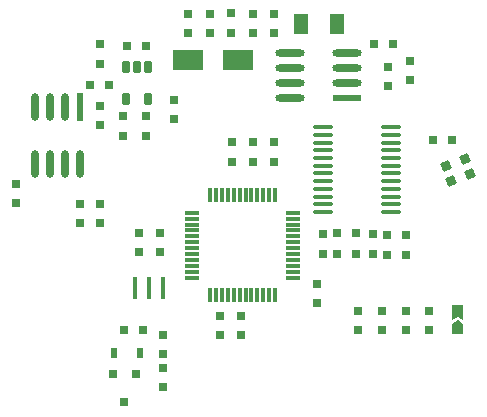
<source format=gtp>
G04*
G04 #@! TF.GenerationSoftware,Altium Limited,Altium Designer,24.5.2 (23)*
G04*
G04 Layer_Color=8421504*
%FSLAX25Y25*%
%MOIN*%
G70*
G04*
G04 #@! TF.SameCoordinates,7B9D950A-14CE-42BF-A02F-5B63482B5899*
G04*
G04*
G04 #@! TF.FilePolarity,Positive*
G04*
G01*
G75*
G04:AMPARAMS|DCode=15|XSize=31.5mil|YSize=31.5mil|CornerRadius=3.94mil|HoleSize=0mil|Usage=FLASHONLY|Rotation=200.000|XOffset=0mil|YOffset=0mil|HoleType=Round|Shape=RoundedRectangle|*
%AMROUNDEDRECTD15*
21,1,0.03150,0.02362,0,0,200.0*
21,1,0.02362,0.03150,0,0,200.0*
1,1,0.00787,-0.01514,0.00706*
1,1,0.00787,0.00706,0.01514*
1,1,0.00787,0.01514,-0.00706*
1,1,0.00787,-0.00706,-0.01514*
%
%ADD15ROUNDEDRECTD15*%
%ADD16R,0.03150X0.02559*%
%ADD17R,0.02559X0.03150*%
%ADD18R,0.02449X0.09359*%
G04:AMPARAMS|DCode=19|XSize=93.59mil|YSize=24.49mil|CornerRadius=12.25mil|HoleSize=0mil|Usage=FLASHONLY|Rotation=270.000|XOffset=0mil|YOffset=0mil|HoleType=Round|Shape=RoundedRectangle|*
%AMROUNDEDRECTD19*
21,1,0.09359,0.00000,0,0,270.0*
21,1,0.06909,0.02449,0,0,270.0*
1,1,0.02449,0.00000,-0.03455*
1,1,0.02449,0.00000,0.03455*
1,1,0.02449,0.00000,0.03455*
1,1,0.02449,0.00000,-0.03455*
%
%ADD19ROUNDEDRECTD19*%
%ADD20R,0.05000X0.07000*%
%ADD21R,0.01575X0.07480*%
%ADD22R,0.10433X0.06890*%
%ADD23R,0.03150X0.03150*%
%ADD24R,0.02480X0.03268*%
%ADD25O,0.06693X0.01378*%
G04:AMPARAMS|DCode=26|XSize=97.4mil|YSize=24.49mil|CornerRadius=12.25mil|HoleSize=0mil|Usage=FLASHONLY|Rotation=180.000|XOffset=0mil|YOffset=0mil|HoleType=Round|Shape=RoundedRectangle|*
%AMROUNDEDRECTD26*
21,1,0.09740,0.00000,0,0,180.0*
21,1,0.07291,0.02449,0,0,180.0*
1,1,0.02449,-0.03646,0.00000*
1,1,0.02449,0.03646,0.00000*
1,1,0.02449,0.03646,0.00000*
1,1,0.02449,-0.03646,0.00000*
%
%ADD26ROUNDEDRECTD26*%
%ADD27R,0.09740X0.02449*%
G04:AMPARAMS|DCode=28|XSize=23.62mil|YSize=39.37mil|CornerRadius=2.01mil|HoleSize=0mil|Usage=FLASHONLY|Rotation=0.000|XOffset=0mil|YOffset=0mil|HoleType=Round|Shape=RoundedRectangle|*
%AMROUNDEDRECTD28*
21,1,0.02362,0.03535,0,0,0.0*
21,1,0.01961,0.03937,0,0,0.0*
1,1,0.00402,0.00980,-0.01768*
1,1,0.00402,-0.00980,-0.01768*
1,1,0.00402,-0.00980,0.01768*
1,1,0.00402,0.00980,0.01768*
%
%ADD28ROUNDEDRECTD28*%
%ADD29R,0.01181X0.04724*%
%ADD30R,0.04724X0.01181*%
G36*
X-51552Y-150984D02*
X-53324Y-149803D01*
X-55096Y-150984D01*
Y-145866D01*
X-51552D01*
Y-150984D01*
D02*
G37*
G36*
Y-152165D02*
Y-155709D01*
X-55096D01*
Y-152165D01*
X-53324Y-150984D01*
X-51552Y-152165D01*
D02*
G37*
D15*
X-50967Y-97281D02*
D03*
X-57256Y-99570D02*
D03*
X-55507Y-104688D02*
D03*
X-49218Y-102399D02*
D03*
D16*
X-125372Y-155965D02*
D03*
Y-149567D02*
D03*
X-132458Y-155965D02*
D03*
Y-149567D02*
D03*
X-62773Y-147992D02*
D03*
Y-154390D02*
D03*
X-78521Y-147992D02*
D03*
Y-154390D02*
D03*
X-70647Y-147992D02*
D03*
Y-154390D02*
D03*
X-86395Y-147992D02*
D03*
Y-154390D02*
D03*
X-200393Y-111850D02*
D03*
Y-105453D02*
D03*
X-114348Y-91693D02*
D03*
Y-98091D02*
D03*
X-100174Y-138917D02*
D03*
Y-145315D02*
D03*
X-81671Y-128799D02*
D03*
Y-122402D02*
D03*
X-98206Y-122382D02*
D03*
Y-128779D02*
D03*
X-76552Y-72874D02*
D03*
Y-66476D02*
D03*
X-114348Y-55177D02*
D03*
X-69072Y-64508D02*
D03*
X-159449Y-128386D02*
D03*
Y-121988D02*
D03*
X-151355Y-166870D02*
D03*
Y-173267D02*
D03*
X-152362Y-128386D02*
D03*
Y-121988D02*
D03*
X-179308Y-112145D02*
D03*
Y-118543D02*
D03*
X-172615Y-112145D02*
D03*
Y-118543D02*
D03*
X-151356Y-155866D02*
D03*
Y-162264D02*
D03*
X-128521Y-98091D02*
D03*
Y-91693D02*
D03*
X-121435Y-98091D02*
D03*
Y-91693D02*
D03*
X-147812Y-83897D02*
D03*
Y-77500D02*
D03*
X-121435Y-48780D02*
D03*
Y-55177D02*
D03*
X-128915Y-48720D02*
D03*
Y-55118D02*
D03*
X-136002Y-48780D02*
D03*
Y-55177D02*
D03*
X-143088Y-48780D02*
D03*
Y-55177D02*
D03*
X-164742Y-83032D02*
D03*
Y-89429D02*
D03*
X-157261Y-83032D02*
D03*
Y-89429D02*
D03*
X-172616Y-65414D02*
D03*
Y-59016D02*
D03*
X-69072Y-70905D02*
D03*
X-172615Y-79468D02*
D03*
Y-85866D02*
D03*
X-114348Y-48780D02*
D03*
D17*
X-61651Y-90945D02*
D03*
X-55253D02*
D03*
X-87123Y-128741D02*
D03*
X-93521D02*
D03*
X-93541Y-122047D02*
D03*
X-87143D02*
D03*
X-74918Y-59056D02*
D03*
X-164407Y-154330D02*
D03*
X-158009D02*
D03*
X-76985Y-129134D02*
D03*
X-70588D02*
D03*
X-76985Y-122441D02*
D03*
X-70588D02*
D03*
X-81316Y-59056D02*
D03*
X-169427Y-72441D02*
D03*
X-175824D02*
D03*
X-157261Y-59449D02*
D03*
X-163659D02*
D03*
D18*
X-179289Y-79852D02*
D03*
D19*
X-184289D02*
D03*
X-189289D02*
D03*
X-194289D02*
D03*
Y-98888D02*
D03*
X-189289D02*
D03*
X-184289D02*
D03*
X-179289D02*
D03*
D20*
X-93391Y-52362D02*
D03*
X-105391D02*
D03*
D21*
X-151356Y-140157D02*
D03*
X-156080D02*
D03*
X-160804D02*
D03*
D22*
X-126356Y-64173D02*
D03*
X-143285D02*
D03*
D23*
X-164348Y-178347D02*
D03*
X-168088Y-168898D02*
D03*
X-160608D02*
D03*
D24*
X-159171Y-161811D02*
D03*
X-167950D02*
D03*
D25*
X-75568Y-114862D02*
D03*
Y-112303D02*
D03*
Y-109744D02*
D03*
Y-107185D02*
D03*
Y-104626D02*
D03*
Y-102067D02*
D03*
Y-99508D02*
D03*
Y-96949D02*
D03*
Y-94390D02*
D03*
Y-91831D02*
D03*
Y-89272D02*
D03*
Y-86713D02*
D03*
X-98009Y-114862D02*
D03*
Y-112303D02*
D03*
Y-109744D02*
D03*
Y-107185D02*
D03*
Y-104626D02*
D03*
Y-102067D02*
D03*
Y-99508D02*
D03*
Y-96949D02*
D03*
Y-94390D02*
D03*
Y-91831D02*
D03*
Y-89272D02*
D03*
Y-86713D02*
D03*
D26*
X-109293Y-76791D02*
D03*
Y-71791D02*
D03*
Y-66791D02*
D03*
Y-61791D02*
D03*
X-90269D02*
D03*
Y-66791D02*
D03*
Y-71791D02*
D03*
D27*
Y-76791D02*
D03*
D28*
X-156474Y-77362D02*
D03*
X-163954D02*
D03*
Y-66536D02*
D03*
X-160214D02*
D03*
X-156474D02*
D03*
D29*
X-135804Y-109252D02*
D03*
X-133836D02*
D03*
X-131867D02*
D03*
X-129899D02*
D03*
X-127930D02*
D03*
X-125962D02*
D03*
X-123993D02*
D03*
X-122025D02*
D03*
X-120056D02*
D03*
X-118088D02*
D03*
X-116119D02*
D03*
X-114151D02*
D03*
Y-142717D02*
D03*
X-116119D02*
D03*
X-118088D02*
D03*
X-120056D02*
D03*
X-122025D02*
D03*
X-123993D02*
D03*
X-125962D02*
D03*
X-127930D02*
D03*
X-129899D02*
D03*
X-131867D02*
D03*
X-133836D02*
D03*
X-135804D02*
D03*
D30*
X-108245Y-115157D02*
D03*
Y-117126D02*
D03*
Y-119095D02*
D03*
Y-121063D02*
D03*
Y-123031D02*
D03*
Y-125000D02*
D03*
Y-126969D02*
D03*
Y-128937D02*
D03*
Y-130905D02*
D03*
Y-132874D02*
D03*
Y-134843D02*
D03*
Y-136811D02*
D03*
X-141710D02*
D03*
Y-134843D02*
D03*
Y-132874D02*
D03*
Y-130905D02*
D03*
Y-128937D02*
D03*
Y-126969D02*
D03*
Y-125000D02*
D03*
Y-123031D02*
D03*
Y-121063D02*
D03*
Y-119095D02*
D03*
Y-117126D02*
D03*
Y-115157D02*
D03*
M02*

</source>
